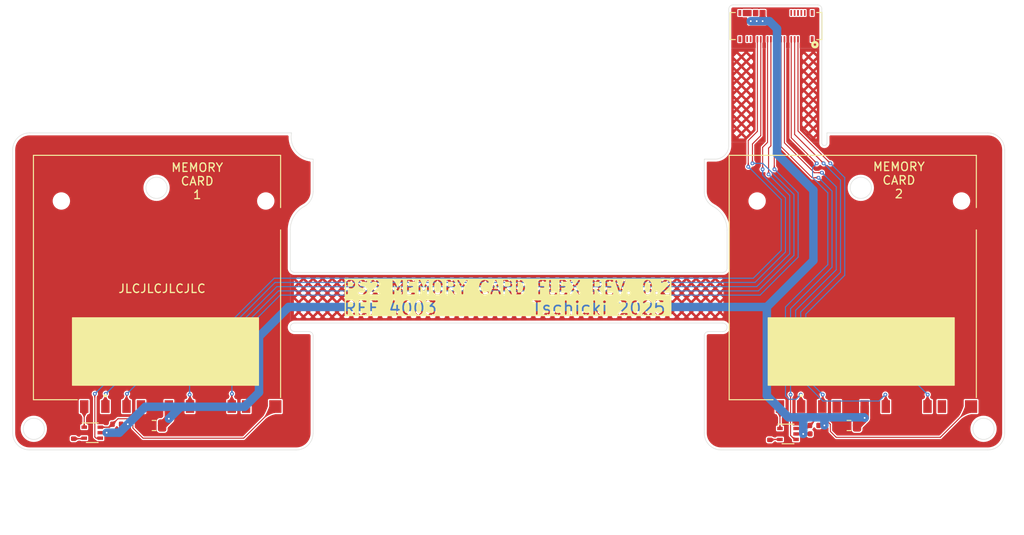
<source format=kicad_pcb>
(kicad_pcb (version 20221018) (generator pcbnew)
  (layers (0 "F.Cu" signal) (31 "B.Cu" signal) (34 "B.Paste" user) (35 "F.Paste" user) (36 "B.SilkS" user "B.Silkscreen") (37 "F.SilkS" user "F.Silkscreen") (38 "B.Mask" user) (39 "F.Mask" user) (44 "Edge.Cuts" user))
  (net 0 "")
  (net 1 "3V3_PS2")
  (net 3 "GND")
  (net 8 "3V3_SBY")
  (net 9 "/USB2_DP")
  (net 10 "/USB2_DN")
  (net 12 "/MC1_ACK_OUT")
  (net 13 "Net-(J2-WP)")
  (net 16 "/MC2_ACK_OUT")
  (net 17 "Net-(J3-WP)")
  (net 19 "Net-(R3-Pad2)")
  (net 20 "Net-(R4-Pad2)")
  (net 21 "5V")
  (net 22 "/MC1_ACK")
  (net 23 "/MC1_CLK")
  (net 24 "/MC1_ATT")
  (net 25 "/MC1_CMD")
  (net 26 "/MC1_DAT")
  (net 27 "/MC2_ACK")
  (net 28 "/MC2_CLK")
  (net 29 "/MC2_ATT")
  (net 30 "/MC2_DAT")
  (net 31 "/MC2_CMD")
  (footprint "PS2:C_0402_1005Metric" (layer "F.Cu") (at 93.8 93.75)
    (fp_text reference "C1" hide)
    (fp_text value "100n")
    (pad "1" smd roundrect (at -0.48 0) (size 0.56 0.62) (layers "F.Cu" "F.Paste" "F.Mask") (net 1 "3V3_PS2"))
    (pad "2" smd roundrect (at 0.48 0) (size 0.56 0.62) (layers "F.Cu" "F.Paste" "F.Mask") (net 3 "GND"))
  )
  (footprint "PS2:C_0402_1005Metric" (layer "F.Cu") (at 176.2 93.89)
    (fp_text reference "C2" hide)
    (fp_text value "100n")
    (pad "1" smd roundrect (at -0.48 0) (size 0.56 0.62) (layers "F.Cu" "F.Paste" "F.Mask") (net 1 "3V3_PS2"))
    (pad "2" smd roundrect (at 0.48 0) (size 0.56 0.62) (layers "F.Cu" "F.Paste" "F.Mask") (net 3 "GND"))
  )
  (footprint "PS2:R_0402_1005Metric" (layer "F.Cu") (at 170.95 94.09 -90)
    (fp_text reference "R4" hide)
    (fp_text value "68R")
    (pad "1" smd roundrect (at -0.51 0 270) (size 0.54 0.64) (layers "F.Cu" "F.Paste" "F.Mask") (net 3 "GND"))
    (pad "2" smd roundrect (at 0.51 0 270) (size 0.54 0.64) (layers "F.Cu" "F.Paste" "F.Mask") (net 20 "Net-(R4-Pad2)"))
  )
  (footprint "PS2:R_0402_1005Metric" (layer "F.Cu") (at 176.2 92.89 180)
    (fp_text reference "R2" hide)
    (fp_text value "10k")
    (pad "1" smd roundrect (at -0.51 0 180) (size 0.54 0.64) (layers "F.Cu" "F.Paste" "F.Mask") (net 1 "3V3_PS2"))
    (pad "2" smd roundrect (at 0.51 0 180) (size 0.54 0.64) (layers "F.Cu" "F.Paste" "F.Mask") (net 17 "Net-(J3-WP)"))
  )
  (footprint "PS2:AMPHENOL_GSD09002SEU" (layer "F.Cu") (at 98.55 66.35 90)
    (fp_text reference "J2" hide)
    (fp_text value "GSD09002SEU")
    (fp_line (start -23.5 -14.6) (end 5.4 -14.6) (stroke (width 0.127)) (layer "F.SilkS"))
    (fp_line (start -23.5 -9.42) (end -23.5 -14.6) (stroke (width 0.127)) (layer "F.SilkS"))
    (fp_line (start -23.24 14.6) (end -3.42 14.6) (stroke (width 0.127)) (layer "F.SilkS"))
    (fp_line (start 5.4 -14.6) (end 5.4 14.6) (stroke (width 0.127)) (layer "F.SilkS"))
    (fp_line (start 5.4 14.6) (end -0.78 14.6) (stroke (width 0.127)) (layer "F.SilkS"))
    (fp_circle (center -23 -6.1) (end -22.9 -6.1) (stroke (width 0.2)) (fill none) (layer "F.SilkS"))
    (fp_poly (pts (xy -21.8 -10) (xy -21.8 12) (xy -13.8 12) (xy -13.8 -10)) (stroke (width 0.1)) (fill solid) (layer "F.SilkS"))
    (pad "" np_thru_hole circle (at 0 -11.3 90) (size 1.55 1.55) (drill 1.55) (layers "*.Cu" "*.Mask"))
    (pad "" np_thru_hole circle (at 0 12.85 90) (size 1.55 1.55) (drill 1.55) (layers "*.Cu" "*.Mask"))
    (pad "1" smd rect (at -24.31 -6.1 90) (size 1.5 1) (layers "F.Cu" "F.Paste" "F.Mask") (net 24 "/MC1_ATT"))
    (pad "2" smd rect (at -24.31 -3.6 90) (size 1.5 1) (layers "F.Cu" "F.Paste" "F.Mask") (net 25 "/MC1_CMD"))
    (pad "3" smd rect (at -24.31 -0.25 90) (size 1.5 1) (layers "F.Cu" "F.Paste" "F.Mask") (net 3 "GND"))
    (pad "4" smd rect (at -24.31 1.4 90) (size 1.5 1) (layers "F.Cu" "F.Paste" "F.Mask") (net 1 "3V3_PS2"))
    (pad "5" smd rect (at -24.31 3.9 90) (size 1.5 1) (layers "F.Cu" "F.Paste" "F.Mask") (net 23 "/MC1_CLK"))
    (pad "6" smd rect (at -24.31 6.4 90) (size 1.5 1) (layers "F.Cu" "F.Paste" "F.Mask") (net 3 "GND"))
    (pad "7" smd rect (at -24.31 8.83 90) (size 1.5 1) (layers "F.Cu" "F.Paste" "F.Mask") (net 26 "/MC1_DAT"))
    (pad "8" smd rect (at -24.31 10.53 90) (size 1.5 1) (layers "F.Cu" "F.Paste" "F.Mask"))
    (pad "9" smd rect (at -24.31 -8.6 90) (size 1.5 1) (layers "F.Cu" "F.Paste" "F.Mask") (net 12 "/MC1_ACK_OUT"))
    (pad "10" smd rect (at -24.31 13.98 90) (size 1.5 1.45) (layers "F.Cu" "F.Paste" "F.Mask") (net 13 "Net-(J2-WP)"))
    (pad "11" smd rect (at -24.31 -1.9 90) (size 1.5 1) (layers "F.Cu" "F.Paste" "F.Mask"))
    (pad "12" smd rect (at -2.1 14.4 90) (size 2 1.2) (layers "F.Cu" "F.Paste" "F.Mask") (net 3 "GND"))
    (pad "13" smd rect (at -3.3 -13.6 90) (size 2 1.2) (layers "F.Cu" "F.Paste" "F.Mask") (net 3 "GND"))
  )
  (footprint "PS2:C_0805_2012Metric" (layer "F.Cu") (at 180.3 92.9 180)
    (fp_text reference "C3" hide)
    (fp_text value "10u")
    (fp_line (start -0.227064 -0.6) (end 0.227064 -0.6) (stroke (width 0.12)) (layer "F.SilkS"))
    (fp_line (start -0.227064 0.6) (end 0.227064 0.6) (stroke (width 0.12)) (layer "F.SilkS"))
    (pad "1" smd roundrect (at -0.95 0 180) (size 1 1.45) (layers "F.Cu" "F.Paste" "F.Mask") (net 1 "3V3_PS2"))
    (pad "2" smd roundrect (at 0.95 0 180) (size 1 1.45) (layers "F.Cu" "F.Paste" "F.Mask") (net 3 "GND"))
  )
  (footprint "PS2:R_0402_1005Metric" (layer "F.Cu") (at 88.7 93.95 -90)
    (fp_text reference "R3" hide)
    (fp_text value "68R")
    (pad "1" smd roundrect (at -0.51 0 270) (size 0.54 0.64) (layers "F.Cu" "F.Paste" "F.Mask") (net 3 "GND"))
    (pad "2" smd roundrect (at 0.51 0 270) (size 0.54 0.64) (layers "F.Cu" "F.Paste" "F.Mask") (net 19 "Net-(R3-Pad2)"))
  )
  (footprint "Package_TO_SOT_SMD:SOT-363_SC-70-6" (layer "F.Cu") (at 173.1 93.9)
    (fp_text reference "U2" hide)
    (fp_text value "74LVC1G3157")
    (fp_line (start -0.7 1.16) (end 0.7 1.16) (stroke (width 0.12)) (layer "F.SilkS"))
    (fp_line (start 0.7 -1.16) (end -1.2 -1.16) (stroke (width 0.12)) (layer "F.SilkS"))
    (pad "1" smd rect (at -0.95 -0.65) (size 0.65 0.4) (layers "F.Cu" "F.Paste" "F.Mask") (net 16 "/MC2_ACK_OUT"))
    (pad "2" smd rect (at -0.95 0) (size 0.65 0.4) (layers "F.Cu" "F.Paste" "F.Mask") (net 3 "GND"))
    (pad "3" smd rect (at -0.95 0.65) (size 0.65 0.4) (layers "F.Cu" "F.Paste" "F.Mask") (net 20 "Net-(R4-Pad2)"))
    (pad "4" smd rect (at 0.95 0.65) (size 0.65 0.4) (layers "F.Cu" "F.Paste" "F.Mask") (net 27 "/MC2_ACK"))
    (pad "5" smd rect (at 0.95 0) (size 0.65 0.4) (layers "F.Cu" "F.Paste" "F.Mask") (net 1 "3V3_PS2"))
    (pad "6" smd rect (at 0.95 -0.65) (size 0.65 0.4) (layers "F.Cu" "F.Paste" "F.Mask") (net 17 "Net-(J3-WP)"))
  )
  (footprint "PS2:DF40C-40DP-0.4V" (layer "F.Cu") (at 171.68 45.661954)
    (fp_text reference "J1" hide)
    (fp_text value "EXPANSION HDR" hide)
    (fp_line (start -5.417262 -1.6) (end -5.417262 1.6004) (stroke (width 0.12)) (layer "F.SilkS"))
    (fp_line (start -5.417262 1.6004) (end -4.8 1.6) (stroke (width 0.12)) (layer "F.SilkS"))
    (fp_line (start -4.8 -1.6) (end -5.417262 -1.6) (stroke (width 0.12)) (layer "F.SilkS"))
    (fp_line (start 4.8 1.6002) (end 5.4262 1.6002) (stroke (width 0.12)) (layer "F.SilkS"))
    (fp_line (start 5.4262 -1.6002) (end 4.8 -1.6) (stroke (width 0.12)) (layer "F.SilkS"))
    (fp_line (start 5.4262 1.6002) (end 5.4262 -1.6002) (stroke (width 0.12)) (layer "F.SilkS"))
    (fp_circle (center 4.6 2.2) (end 4.741421 2.2) (stroke (width 0.3)) (fill none) (layer "F.SilkS"))
    (pad "1" smd rect (at 3.8 1.54) (size 0.2 0.7) (layers "F.Cu" "F.Paste" "F.Mask") (net 3 "GND"))
    (pad "2" smd rect (at 3.8 -1.55) (size 0.2 0.7) (layers "F.Cu" "F.Paste" "F.Mask") (net 3 "GND"))
    (pad "3" smd rect (at 3.4 1.54) (size 0.2 0.7) (layers "F.Cu" "F.Paste" "F.Mask") (net 3 "GND"))
    (pad "4" smd rect (at 3.4 -1.55) (size 0.2 0.7) (layers "F.Cu" "F.Paste" "F.Mask"))
    (pad "5" smd rect (at 3 1.54) (size 0.2 0.7) (layers "F.Cu" "F.Paste" "F.Mask") (net 3 "GND"))
    (pad "6" smd rect (at 3 -1.55) (size 0.2 0.7) (layers "F.Cu" "F.Paste" "F.Mask"))
    (pad "7" smd rect (at 2.6 1.54) (size 0.2 0.7) (layers "F.Cu" "F.Paste" "F.Mask") (net 30 "/MC2_DAT"))
    (pad "8" smd rect (at 2.6 -1.55) (size 0.2 0.7) (layers "F.Cu" "F.Paste" "F.Mask"))
    (pad "9" smd rect (at 2.2 1.54) (size 0.2 0.7) (layers "F.Cu" "F.Paste" "F.Mask") (net 31 "/MC2_CMD"))
    (pad "10" smd rect (at 2.2 -1.55) (size 0.2 0.7) (layers "F.Cu" "F.Paste" "F.Mask"))
    (pad "11" smd rect (at 1.8 1.54) (size 0.2 0.7) (layers "F.Cu" "F.Paste" "F.Mask") (net 29 "/MC2_ATT"))
    (pad "12" smd rect (at 1.8 -1.55) (size 0.2 0.7) (layers "F.Cu" "F.Paste" "F.Mask"))
    (pad "13" smd rect (at 1.4 1.54) (size 0.2 0.7) (layers "F.Cu" "F.Paste" "F.Mask") (net 3 "GND"))
    (pad "14" smd rect (at 1.4 -1.55) (size 0.2 0.7) (layers "F.Cu" "F.Paste" "F.Mask") (net 3 "GND"))
    (pad "15" smd rect (at 1 1.54) (size 0.2 0.7) (layers "F.Cu" "F.Paste" "F.Mask") (net 28 "/MC2_CLK"))
    (pad "16" smd rect (at 1 -1.55) (size 0.2 0.7) (layers "F.Cu" "F.Paste" "F.Mask") (net 3 "GND"))
    (pad "17" smd rect (at 0.6 1.54) (size 0.2 0.7) (layers "F.Cu" "F.Paste" "F.Mask") (net 27 "/MC2_ACK"))
    (pad "18" smd rect (at 0.6 -1.55) (size 0.2 0.7) (layers "F.Cu" "F.Paste" "F.Mask") (net 3 "GND"))
    (pad "19" smd rect (at 0.2 1.54) (size 0.2 0.7) (layers "F.Cu" "F.Paste" "F.Mask") (net 3 "GND"))
    (pad "20" smd rect (at 0.2 -1.55) (size 0.2 0.7) (layers "F.Cu" "F.Paste" "F.Mask") (net 3 "GND"))
    (pad "21" smd rect (at -0.2 1.54) (size 0.2 0.7) (layers "F.Cu" "F.Paste" "F.Mask") (net 26 "/MC1_DAT"))
    (pad "22" smd rect (at -0.2 -1.55) (size 0.2 0.7) (layers "F.Cu" "F.Paste" "F.Mask") (net 3 "GND"))
    (pad "23" smd rect (at -0.6 1.54) (size 0.2 0.7) (layers "F.Cu" "F.Paste" "F.Mask") (net 25 "/MC1_CMD"))
    (pad "24" smd rect (at -0.6 -1.55) (size 0.2 0.7) (layers "F.Cu" "F.Paste" "F.Mask") (net 3 "GND"))
    (pad "25" smd rect (at -1 1.54) (size 0.2 0.7) (layers "F.Cu" "F.Paste" "F.Mask") (net 24 "/MC1_ATT"))
    (pad "26" smd rect (at -1 -1.55) (size 0.2 0.7) (layers "F.Cu" "F.Paste" "F.Mask") (net 3 "GND"))
    (pad "27" smd rect (at -1.4 1.54) (size 0.2 0.7) (layers "F.Cu" "F.Paste" "F.Mask") (net 3 "GND"))
    (pad "28" smd rect (at -1.4 -1.55) (size 0.2 0.7) (layers "F.Cu" "F.Paste" "F.Mask") (net 1 "3V3_PS2"))
    (pad "29" smd rect (at -1.8 1.54) (size 0.2 0.7) (layers "F.Cu" "F.Paste" "F.Mask") (net 23 "/MC1_CLK"))
    (pad "30" smd rect (at -1.8 -1.55) (size 0.2 0.7) (layers "F.Cu" "F.Paste" "F.Mask") (net 1 "3V3_PS2"))
    (pad "31" smd rect (at -2.2 1.54) (size 0.2 0.7) (layers "F.Cu" "F.Paste" "F.Mask") (net 22 "/MC1_ACK"))
    (pad "32" smd rect (at -2.2 -1.55) (size 0.2 0.7) (layers "F.Cu" "F.Paste" "F.Mask") (net 8 "3V3_SBY"))
    (pad "33" smd rect (at -2.6 1.54) (size 0.2 0.7) (layers "F.Cu" "F.Paste" "F.Mask") (net 3 "GND"))
    (pad "34" smd rect (at -2.6 -1.55) (size 0.2 0.7) (layers "F.Cu" "F.Paste" "F.Mask") (net 8 "3V3_SBY"))
    (pad "35" smd rect (at -3 1.54) (size 0.2 0.7) (layers "F.Cu" "F.Paste" "F.Mask") (net 9 "/USB2_DP"))
    (pad "36" smd rect (at -3 -1.55) (size 0.2 0.7) (layers "F.Cu" "F.Paste" "F.Mask") (net 21 "5V"))
    (pad "37" smd rect (at -3.4 1.54) (size 0.2 0.7) (layers "F.Cu" "F.Paste" "F.Mask") (net 10 "/USB2_DN"))
    (pad "38" smd rect (at -3.4 -1.55) (size 0.2 0.7) (layers "F.Cu" "F.Paste" "F.Mask") (net 21 "5V"))
    (pad "39" smd rect (at -3.8 1.54) (size 0.2 0.7) (layers "F.Cu" "F.Paste" "F.Mask") (net 3 "GND"))
    (pad "40" smd rect (at -3.8 -1.55) (size 0.2 0.7) (layers "F.Cu" "F.Paste" "F.Mask") (net 21 "5V"))
    (pad "MP" smd rect (at -4.275 -1.55) (size 0.35 0.7) (layers "F.Cu" "F.Paste" "F.Mask"))
    (pad "MP" smd rect (at -4.275 1.55) (size 0.35 0.7) (layers "F.Cu" "F.Paste" "F.Mask"))
    (pad "MP" smd rect (at 4.275 -1.55) (size 0.35 0.7) (layers "F.Cu" "F.Paste" "F.Mask"))
    (pad "MP" smd rect (at 4.275 1.55) (size 0.35 0.7) (layers "F.Cu" "F.Paste" "F.Mask"))
  )
  (footprint "PS2:AMPHENOL_GSD09002SEU" (layer "F.Cu") (at 180.75 66.35 90)
    (fp_text reference "J3" hide)
    (fp_text value "GSD09002SEU")
    (fp_line (start -23.5 -14.6) (end 5.4 -14.6) (stroke (width 0.127)) (layer "F.SilkS"))
    (fp_line (start -23.5 -9.42) (end -23.5 -14.6) (stroke (width 0.127)) (layer "F.SilkS"))
    (fp_line (start -23.24 14.6) (end -3.42 14.6) (stroke (width 0.127)) (layer "F.SilkS"))
    (fp_line (start 5.4 -14.6) (end 5.4 14.6) (stroke (width 0.127)) (layer "F.SilkS"))
    (fp_line (start 5.4 14.6) (end -0.78 14.6) (stroke (width 0.127)) (layer "F.SilkS"))
    (fp_circle (center -23 -6.1) (end -22.9 -6.1) (stroke (width 0.2)) (fill none) (layer "F.SilkS"))
    (fp_poly (pts (xy -21.8 -10) (xy -21.8 12) (xy -13.8 12) (xy -13.8 -10)) (stroke (width 0.1)) (fill solid) (layer "F.SilkS"))
    (pad "" np_thru_hole circle (at 0 -11.3 90) (size 1.55 1.55) (drill 1.55) (layers "*.Cu" "*.Mask"))
    (pad "" np_thru_hole circle (at 0 12.85 90) (size 1.55 1.55) (drill 1.55) (layers "*.Cu" "*.Mask"))
    (pad "1" smd rect (at -24.31 -6.1 90) (size 1.5 1) (layers "F.Cu" "F.Paste" "F.Mask") (net 29 "/MC2_ATT"))
    (pad "2" smd rect (at -24.31 -3.6 90) (size 1.5 1) (layers "F.Cu" "F.Paste" "F.Mask") (net 31 "/MC2_CMD"))
    (pad "3" smd rect (at -24.31 -0.25 90) (size 1.5 1) (layers "F.Cu" "F.Paste" "F.Mask") (net 3 "GND"))
    (pad "4" smd rect (at -24.31 1.4 90) (size 1.5 1) (layers "F.Cu" "F.Paste" "F.Mask") (net 1 "3V3_PS2"))
    (pad "5" smd rect (at -24.31 3.9 90) (size 1.5 1) (layers "F.Cu" "F.Paste" "F.Mask") (net 28 "/MC2_CLK"))
    (pad "6" smd rect (at -24.31 6.4 90) (size 1.5 1) (layers "F.Cu" "F.Paste" "F.Mask") (net 3 "GND"))
    (pad "7" smd rect (at -24.31 8.83 90) (size 1.5 1) (layers "F.Cu" "F.Paste" "F.Mask") (net 30 "/MC2_DAT"))
    (pad "8" smd rect (at -24.31 10.53 90) (size 1.5 1) (layers "F.Cu" "F.Paste" "F.Mask"))
    (pad "9" smd rect (at -24.31 -8.6 90) (size 1.5 1) (layers "F.Cu" "F.Paste" "F.Mask") (net 16 "/MC2_ACK_OUT"))
    (pad "10" smd rect (at -24.31 13.98 90) (size 1.5 1.45) (layers "F.Cu" "F.Paste" "F.Mask") (net 17 "Net-(J3-WP)"))
    (pad "11" smd rect (at -24.31 -1.9 90) (size 1.5 1) (layers "F.Cu" "F.Paste" "F.Mask"))
    (pad "12" smd rect (at -2.1 14.4 90) (size 2 1.2) (layers "F.Cu" "F.Paste" "F.Mask") (net 3 "GND"))
    (pad "13" smd rect (at -3.3 -13.6 90) (size 2 1.2) (layers "F.Cu" "F.Paste" "F.Mask") (net 3 "GND"))
  )
  (footprint "PS2:C_0805_2012Metric" (layer "F.Cu") (at 98.2 92.9 180)
    (fp_text reference "C4" hide)
    (fp_text value "10u")
    (fp_line (start -0.227064 -0.6) (end 0.227064 -0.6) (stroke (width 0.12)) (layer "F.SilkS"))
    (fp_line (start -0.227064 0.6) (end 0.227064 0.6) (stroke (width 0.12)) (layer "F.SilkS"))
    (pad "1" smd roundrect (at -0.95 0 180) (size 1 1.45) (layers "F.Cu" "F.Paste" "F.Mask") (net 1 "3V3_PS2"))
    (pad "2" smd roundrect (at 0.95 0 180) (size 1 1.45) (layers "F.Cu" "F.Paste" "F.Mask") (net 3 "GND"))
  )
  (footprint "PS2:R_0402_1005Metric" (layer "F.Cu") (at 93.8 92.75 180)
    (fp_text reference "R1" hide)
    (fp_text value "10k")
    (pad "1" smd roundrect (at -0.51 0 180) (size 0.54 0.64) (layers "F.Cu" "F.Paste" "F.Mask") (net 1 "3V3_PS2"))
    (pad "2" smd roundrect (at 0.51 0 180) (size 0.54 0.64) (layers "F.Cu" "F.Paste" "F.Mask") (net 13 "Net-(J2-WP)"))
  )
  (footprint "Package_TO_SOT_SMD:SOT-363_SC-70-6" (layer "F.Cu") (at 90.9 93.75)
    (fp_text reference "U1" hide)
    (fp_text value "74LVC1G3157")
    (fp_line (start -0.7 1.16) (end 0.7 1.16) (stroke (width 0.12)) (layer "F.SilkS"))
    (fp_line (start 0.7 -1.16) (end -1.2 -1.16) (stroke (width 0.12)) (layer "F.SilkS"))
    (pad "1" smd rect (at -0.95 -0.65) (size 0.65 0.4) (layers "F.Cu" "F.Paste" "F.Mask") (net 12 "/MC1_ACK_OUT"))
    (pad "2" smd rect (at -0.95 0) (size 0.65 0.4) (layers "F.Cu" "F.Paste" "F.Mask") (net 3 "GND"))
    (pad "3" smd rect (at -0.95 0.65) (size 0.65 0.4) (layers "F.Cu" "F.Paste" "F.Mask") (net 19 "Net-(R3-Pad2)"))
    (pad "4" smd rect (at 0.95 0.65) (size 0.65 0.4) (layers "F.Cu" "F.Paste" "F.Mask") (net 22 "/MC1_ACK"))
    (pad "5" smd rect (at 0.95 0) (size 0.65 0.4) (layers "F.Cu" "F.Paste" "F.Mask") (net 1 "3V3_PS2"))
    (pad "6" smd rect (at 0.95 -0.65) (size 0.65 0.4) (layers "F.Cu" "F.Paste" "F.Mask") (net 13 "Net-(J2-WP)"))
  )
  (gr_arc (start 83.495222 95.792699) (mid 82.081001 95.206916) (end 81.495222 93.792699) (stroke (width 0.05)) (layer "Edge.Cuts"))
  (gr_arc (start 198.7 93.792699) (mid 198.114213 95.206909) (end 196.7 95.792699) (stroke (width 0.05)) (layer "Edge.Cuts"))
  (gr_arc (start 165.9 74.292699) (mid 165.753553 74.646249) (end 165.4 74.792699) (stroke (width 0.05)) (layer "Edge.Cuts"))
  (gr_arc (start 176.6 43.158629) (mid 176.95355 43.305074) (end 177.1 43.658629) (stroke (width 0.05)) (layer "Edge.Cuts"))
  (gr_line (start 165.4 80.792699) (end 114.795222 80.792699) (stroke (width 0.05)) (layer "Edge.Cuts"))
  (gr_arc (start 163.2 82.292699) (mid 163.346446 81.939142) (end 163.7 81.792699) (stroke (width 0.05)) (layer "Edge.Cuts"))
  (gr_arc (start 165.2 95.792699) (mid 163.785794 95.206909) (end 163.2 93.792699) (stroke (width 0.05)) (layer "Edge.Cuts"))
  (gr_line (start 114.295222 74.292699) (end 114.295222 69.792699) (stroke (width 0.05)) (layer "Edge.Cuts"))
  (gr_line (start 165.9 74.292699) (end 165.9 69.792699) (stroke (width 0.05)) (layer "Edge.Cuts"))
  (gr_circle (center 196.2 93.292699) (end 197.45 93.292699) (stroke (width 0.05)) (fill none) (layer "Edge.Cuts"))
  (gr_line (start 163.2 65.233094) (end 163.2 61.392699) (stroke (width 0.05)) (layer "Edge.Cuts"))
  (gr_arc (start 196.7 58.292699) (mid 198.114221 58.878482) (end 198.7 60.292699) (stroke (width 0.05)) (layer "Edge.Cuts"))
  (gr_arc (start 114.295222 69.792699) (mid 114.741763 68.162222) (end 115.95676 66.986788) (stroke (width 0.05)) (layer "Edge.Cuts"))
  (gr_line (start 163.7 81.792699) (end 165.4 81.792699) (stroke (width 0.05)) (layer "Edge.Cuts"))
  (gr_circle (center 98.495222 64.792699) (end 99.745222 64.792699) (stroke (width 0.05)) (fill none) (layer "Edge.Cuts"))
  (gr_line (start 116.495222 81.792699) (end 114.795222 81.792699) (stroke (width 0.05)) (layer "Edge.Cuts"))
  (gr_arc (start 81.495222 60.292699) (mid 82.081009 58.878489) (end 83.495222 58.292699) (stroke (width 0.05)) (layer "Edge.Cuts"))
  (gr_line (start 198.7 60.292699) (end 198.7 93.792699) (stroke (width 0.05)) (layer "Edge.Cuts"))
  (gr_line (start 166.6 43.158629) (end 176.6 43.158629) (stroke (width 0.05)) (layer "Edge.Cuts"))
  (gr_line (start 196.7 95.792699) (end 165.2 95.792699) (stroke (width 0.05)) (layer "Edge.Cuts"))
  (gr_arc (start 164.238461 66.986788) (mid 163.47913 66.252128) (end 163.2 65.233094) (stroke (width 0.05)) (layer "Edge.Cuts"))
  (gr_line (start 116.995222 65.233094) (end 116.995222 61.392699) (stroke (width 0.05)) (layer "Edge.Cuts"))
  (gr_line (start 165.4 74.792699) (end 114.795222 74.792699) (stroke (width 0.05)) (layer "Edge.Cuts"))
  (gr_line (start 163.2 93.792699) (end 163.2 82.292699) (stroke (width 0.05)) (layer "Edge.Cuts"))
  (gr_line (start 177.1 59.492699) (end 177.1 43.658629) (stroke (width 0.05)) (layer "Edge.Cuts"))
  (gr_line (start 116.995222 93.792699) (end 116.995222 82.292699) (stroke (width 0.05)) (layer "Edge.Cuts"))
  (gr_arc (start 116.995222 61.392699) (mid 114.987728 60.444974) (end 114.443752 58.292699) (stroke (width 0.05)) (layer "Edge.Cuts"))
  (gr_line (start 196.7 58.292699) (end 177.7 58.292699) (stroke (width 0.05)) (layer "Edge.Cuts"))
  (gr_arc (start 166.1 59.792699) (mid 165.63137 60.924066) (end 164.5 61.392699) (stroke (width 0.05)) (layer "Edge.Cuts"))
  (gr_line (start 81.495222 60.292699) (end 81.495222 93.792699) (stroke (width 0.05)) (layer "Edge.Cuts"))
  (gr_line (start 166.1 59.792699) (end 166.1 43.658629) (stroke (width 0.05)) (layer "Edge.Cuts"))
  (gr_line (start 177.7 58.292699) (end 177.7 59.492699) (stroke (width 0.05)) (layer "Edge.Cuts"))
  (gr_arc (start 116.995222 65.233094) (mid 116.716137 66.252147) (end 115.95676 66.986788) (stroke (width 0.05)) (layer "Edge.Cuts"))
  (gr_circle (center 181.7 64.792699) (end 182.95 64.792699) (stroke (width 0.05)) (fill none) (layer "Edge.Cuts"))
  (gr_line (start 83.495222 95.792699) (end 114.995222 95.792699) (stroke (width 0.05)) (layer "Edge.Cuts"))
  (gr_line (start 164.5 61.392699) (end 163.2 61.392699) (stroke (width 0.05)) (layer "Edge.Cuts"))
  (gr_arc (start 116.495222 81.792699) (mid 116.848768 81.939149) (end 116.995222 82.292699) (stroke (width 0.05)) (layer "Edge.Cuts"))
  (gr_arc (start 164.238461 66.986788) (mid 165.453463 68.162218) (end 165.9 69.792699) (stroke (width 0.05)) (layer "Edge.Cuts"))
  (gr_arc (start 114.795222 74.792699) (mid 114.441661 74.646256) (end 114.295222 74.292699) (stroke (width 0.05)) (layer "Edge.Cuts"))
  (gr_circle (center 83.995222 93.292699) (end 85.245222 93.292699) (stroke (width 0.05)) (fill none) (layer "Edge.Cuts"))
  (gr_arc (start 116.995222 93.792699) (mid 116.409436 95.206916) (end 114.995222 95.792699) (stroke (width 0.05)) (layer "Edge.Cuts"))
  (gr_arc (start 177.7 59.492699) (mid 177.4 59.792699) (end 177.1 59.492699) (stroke (width 0.05)) (layer "Edge.Cuts"))
  (gr_arc (start 166.1 43.658629) (mid 166.246441 43.305088) (end 166.6 43.158629) (stroke (width 0.05)) (layer "Edge.Cuts"))
  (gr_arc (start 114.795222 81.792699) (mid 114.295211 81.292699) (end 114.795222 80.792699) (stroke (width 0.05)) (layer "Edge.Cuts"))
  (gr_arc (start 165.4 80.792699) (mid 165.900011 81.292699) (end 165.4 81.792699) (stroke (width 0.05)) (layer "Edge.Cuts"))
  (gr_line (start 83.495222 58.292699) (end 114.443752 58.292699) (stroke (width 0.05)) (layer "Edge.Cuts"))
  (gr_text "JLCJLCJLCJLC" (at 93.9 77.3) (layer "F.SilkS") (effects (font (size 1 1)) (justify left bottom)))
  (gr_text "PS2 MEMORY CARD FLEX REV. 0.2\nREF 4003	    Tschicki 2025" (at 120.5 79.9) (layer "F.SilkS" knockout) (effects (font (size 1.5 1.5) (thickness 0.2)) (justify left bottom)))
  (gr_text "MEMORY\nCARD\n2" (at 186.2 66.1) (layer "F.SilkS") (effects (font (size 1 1)) (justify bottom)))
  (gr_text "MEMORY\nCARD\n1" (at 103.3 66.2) (layer "F.SilkS") (effects (font (size 1 1)) (justify bottom)))
  (gr_text "" (at 81.495213 104.062696) (layer "Edge.Cuts") (effects (font (size 4.83362 3.04518) (thickness 0.604202)) (justify left top)))
  (segment (start 94.31 92.75) (end 95.1 92.75) (width 0.15) (layer "F.Cu") (net 1))
  (segment (start 174.9 93.9) (end 175.71 93.9) (width 0.3) (layer "F.Cu") (net 1))
  (segment (start 182.15 92.3) (end 182.1 92.35) (width 0.15) (layer "F.Cu") (net 1))
  (segment (start 92.6 93.75) (end 93.32 93.75) (width 0.3) (layer "F.Cu") (net 1))
  (segment (start 182.15 92) (end 182.15 90.66) (width 1) (layer "F.Cu") (net 1))
  (segment (start 182.15 92) (end 181.25 92.9) (width 1) (layer "F.Cu") (net 1))
  (segment (start 98.88 92.35) (end 99.8 92.35) (width 0.3) (layer "F.Cu") (net 1))
  (segment (start 174.9 93.9) (end 174.05 93.9) (width 0.3) (layer "F.Cu") (net 1))
  (segment (start 99.95 92.2) (end 99.95 92.1) (width 0.15) (layer "F.Cu") (net 1))
  (segment (start 182.15 92) (end 182.15 92.3) (width 0.15) (layer "F.Cu") (net 1))
  (segment (start 99.68 92.65) (end 99.68 90.93) (width 0.125) (layer "F.Cu") (net 1))
  (segment (start 99.68 90.93) (end 99.95 90.66) (width 0.125) (layer "F.Cu") (net 1))
  (segment (start 177.4 92.89) (end 176.71 92.89) (width 0.15) (layer "F.Cu") (net 1))
  (segment (start 99.8 92.35) (end 99.95 92.2) (width 0.15) (layer "F.Cu") (net 1))
  (segment (start 99.15 92.9) (end 99.95 92.1) (width 1) (layer "F.Cu") (net 1))
  (segment (start 91.85 93.75) (end 92.6 93.75) (width 0.3) (layer "F.Cu") (net 1))
  (segment (start 99.95 92.1) (end 99.95 90.66) (width 1) (layer "F.Cu") (net 1))
  (segment (start 175.71 93.9) (end 175.72 93.89) (width 0.15) (layer "F.Cu") (net 1))
  (via (at 177.4 92.89) (size 0.45) (drill 0.2) (layers "F.Cu" "B.Cu") (net 1))
  (via (at 95.1 92.75) (size 0.45) (drill 0.2) (layers "F.Cu" "B.Cu") (net 1))
  (via (at 168.7 45.081954) (size 0.45) (drill 0.2) (layers "F.Cu" "B.Cu") (net 1))
  (via (at 182.15 92) (size 0.45) (drill 0.2) (layers "F.Cu" "B.Cu") (net 1))
  (via (at 169.4 45.081954) (size 0.45) (drill 0.2) (layers "F.Cu" "B.Cu") (net 1))
  (via (at 170.1 45.081954) (size 0.45) (drill 0.2) (layers "F.Cu" "B.Cu") (net 1))
  (via (at 174.9 93.9) (size 0.45) (drill 0.2) (layers "F.Cu" "B.Cu") (net 1))
  (via (at 92.6 93.75) (size 0.45) (drill 0.2) (layers "F.Cu" "B.Cu") (net 1))
  (via (at 99.95 92.1) (size 0.45) (drill 0.2) (layers "F.Cu" "B.Cu") (net 1))
  (segment (start 174.4 91.931954) (end 174.9 91.931954) (width 1) (layer "B.Cu") (net 1))
  (segment (start 174.4 91.931954) (end 173.15 91.931954) (width 1) (layer "B.Cu") (net 1))
  (segment (start 101.368046 90.681954) (end 102.3 90.681954) (width 1) (layer "B.Cu") (net 1))
  (segment (start 176.9 91.931954) (end 174.4 91.931954) (width 1) (layer "B.Cu") (net 1))
  (segment (start 110.6 82.381954) (end 114.1 78.881954) (width 1) (layer "B.Cu") (net 1))
  (segment (start 114.1 78.881954) (end 166.8 78.881954) (width 1) (layer "B.Cu") (net 1))
  (segment (start 102.3 90.681954) (end 97.168046 90.681954) (width 1) (layer "B.Cu") (net 1))
  (segment (start 110.6 88.981954) (end 110.6 82.381954) (width 1) (layer "B.Cu") (net 1))
  (segment (start 171.8 60.781954) (end 171.8 45.981954) (width 1) (layer "B.Cu") (net 1))
  (segment (start 176.9 91.931954) (end 177.35 91.931954) (width 1) (layer "B.Cu") (net 1))
  (segment (start 166.8 78.881954) (end 170.6 78.881954) (width 1) (layer "B.Cu") (net 1))
  (segment (start 176.1 65.081954) (end 171.8 60.781954) (width 1) (layer "B.Cu") (net 1))
  (segment (start 170.6 78.881954) (end 176.1 73.381954) (width 1) (layer "B.Cu") (net 1))
  (segment (start 97.168046 90.681954) (end 94.1 93.75) (width 1) (layer "B.Cu") (net 1))
  (segment (start 182.15 92) (end 182.081954 91.931954) (width 1) (layer "B.Cu") (net 1))
  (segment (start 170.6 89.381954) (end 170.6 78.881954) (width 1) (layer "B.Cu") (net 1))
  (segment (start 177.35 91.931954) (end 177.4 91.981954) (width 1) (layer "B.Cu") (net 1))
  (segment (start 170.9 45.081954) (end 168.7 45.081954) (width 1) (layer "B.Cu") (net 1))
  (segment (start 182.081954 91.931954) (end 176.9 91.931954) (width 1) (layer "B.Cu") (net 1))
  (segment (start 108.9 90.681954) (end 110.6 88.981954) (width 1) (layer "B.Cu") (net 1))
  (segment (start 171.8 45.981954) (end 170.9 45.081954) (width 1) (layer "B.Cu") (net 1))
  (segment (start 174.9 91.931954) (end 174.9 93.9) (width 1) (layer "B.Cu") (net 1))
  (segment (start 94.1 93.75) (end 92.6 93.75) (width 1) (layer "B.Cu") (net 1))
  (segment (start 177.4 91.981954) (end 177.4 92.89) (width 1) (layer "B.Cu") (net 1))
  (segment (start 99.95 92.1) (end 101.368046 90.681954) (width 1) (layer "B.Cu") (net 1))
  (segment (start 102.3 90.681954) (end 108.9 90.681954) (width 1) (layer "B.Cu") (net 1))
  (segment (start 173.15 91.931954) (end 170.6 89.381954) (width 1) (layer "B.Cu") (net 1))
  (segment (start 176.1 73.381954) (end 176.1 65.081954) (width 1) (layer "B.Cu") (net 1))
  (segment (start 89.95 90.66) (end 89.95 93.1) (width 0.125) (layer "F.Cu") (net 12))
  (segment (start 93.94 92.1) (end 95.5 92.1) (width 0.125) (layer "F.Cu") (net 13))
  (segment (start 92.94 93.1) (end 93.29 92.75) (width 0.15) (layer "F.Cu") (net 13))
  (segment (start 93.29 92.75) (end 93.09 92.75) (width 0.125) (layer "F.Cu") (net 13))
  (segment (start 96.9 94.4) (end 108.79 94.4) (width 0.125) (layer "F.Cu") (net 13))
  (segment (start 95.7 92.3) (end 95.7 93.2) (width 0.125) (layer "F.Cu") (net 13))
  (segment (start 95.7 93.2) (end 96.9 94.4) (width 0.125) (layer "F.Cu") (net 13))
  (segment (start 95.5 92.1) (end 95.7 92.3) (width 0.125) (layer "F.Cu") (net 13))
  (segment (start 91.85 93.1) (end 92.94 93.1) (width 0.15) (layer "F.Cu") (net 13))
  (segment (start 93.29 92.75) (end 93.94 92.1) (width 0.125) (layer "F.Cu") (net 13))
  (segment (start 108.79 94.4) (end 112.53 90.66) (width 0.125) (layer "F.Cu") (net 13))
  (segment (start 172.15 90.66) (end 172.15 93.25) (width 0.125) (layer "F.Cu") (net 16))
  (segment (start 175.69 92.89) (end 176.23 92.35) (width 0.125) (layer "F.Cu") (net 17))
  (segment (start 178.8 94.3) (end 191.09 94.3) (width 0.125) (layer "F.Cu") (net 17))
  (segment (start 191.09 94.3) (end 194.73 90.66) (width 0.125) (layer "F.Cu") (net 17))
  (segment (start 178.1 93.6) (end 178.8 94.3) (width 0.125) (layer "F.Cu") (net 17))
  (segment (start 175.69 92.89) (end 175.33 93.25) (width 0.15) (layer "F.Cu") (net 17))
  (segment (start 177.7 92.35) (end 178.1 92.75) (width 0.125) (layer "F.Cu") (net 17))
  (segment (start 176.23 92.35) (end 177.7 92.35) (width 0.125) (layer "F.Cu") (net 17))
  (segment (start 178.1 92.75) (end 178.1 93.6) (width 0.125) (layer "F.Cu") (net 17))
  (segment (start 175.33 93.25) (end 174.05 93.25) (width 0.15) (layer "F.Cu") (net 17))
  (segment (start 89.89 94.46) (end 89.95 94.4) (width 0.15) (layer "F.Cu") (net 19))
  (segment (start 88.7 94.46) (end 89.89 94.46) (width 0.15) (layer "F.Cu") (net 19))
  (segment (start 171 94.55) (end 170.95 94.6) (width 0.15) (layer "F.Cu") (net 20))
  (segment (start 172.15 94.55) (end 171 94.55) (width 0.15) (layer "F.Cu") (net 20))
  (segment (start 91.35 94.4) (end 91.85 94.4) (width 0.125) (layer "F.Cu") (net 22))
  (segment (start 91.2 89.15) (end 91.2 94.25) (width 0.125) (layer "F.Cu") (net 22))
  (segment (start 169.48 58.101954) (end 169.48 47.201954) (width 0.125) (layer "F.Cu") (net 22))
  (segment (start 168.4 62.3) (end 168.4 59.2) (width 0.125) (layer "F.Cu") (net 22))
  (segment (start 91.2 94.25) (end 91.35 94.4) (width 0.125) (layer "F.Cu") (net 22))
  (segment (start 168.4 59.2) (end 169.48 58.12) (width 0.125) (layer "F.Cu") (net 22))
  (via (at 168.4 62.3) (size 0.45) (drill 0.2) (layers "F.Cu" "B.Cu") (net 22))
  (via (at 91.2 89.15) (size 0.45) (drill 0.2) (layers "F.Cu" "B.Cu") (net 22))
  (segment (start 172.3 66.181954) (end 172.3 72.181954) (width 0.125) (layer "B.Cu") (net 22))
  (segment (start 172.3 72.181954) (end 169 75.481954) (width 0.125) (layer "B.Cu") (net 22))
  (segment (start 101.7 86.181954) (end 94.168046 86.181954) (width 0.125) (layer "B.Cu") (net 22))
  (segment (start 169 75.481954) (end 112.4 75.481954) (width 0.125) (layer "B.Cu") (net 22))
  (segment (start 168.4 62.3) (end 168.418046 62.3) (width 0.125) (layer "B.Cu") (net 22))
  (segment (start 94.168046 86.181954) (end 91.2 89.15) (width 0.125) (layer "B.Cu") (net 22))
  (segment (start 168.418046 62.3) (end 172.3 66.181954) (width 0.125) (layer "B.Cu") (net 22))
  (segment (start 112.4 75.481954) (end 101.7 86.181954) (width 0.125) (layer "B.Cu") (net 22))
  (segment (start 102.45 90.66) (end 102.45 89.3) (width 0.125) (layer "F.Cu") (net 23))
  (segment (start 102.45 89.3) (end 102.4 89.25) (width 0.125) (layer "F.Cu") (net 23))
  (segment (start 168.9 61.9) (end 168.9 59.6) (width 0.125) (layer "F.Cu") (net 23))
  (segment (start 169.88 58.601954) (end 169.88 47.201954) (width 0.125) (layer "F.Cu") (net 23))
  (segment (start 168.9 59.6) (end 169.88 58.62) (width 0.125) (layer "F.Cu") (net 23))
  (via (at 168.9 61.9) (size 0.45) (drill 0.2) (layers "F.Cu" "B.Cu") (net 23))
  (via (at 102.4 89.25) (size 0.45) (drill 0.2) (layers "F.Cu" "B.Cu") (net 23))
  (segment (start 112.9 76.981954) (end 102.4 87.481954) (width 0.125) (layer "B.Cu") (net 23))
  (segment (start 169.6 76.981954) (end 112.9 76.981954) (width 0.125) (layer "B.Cu") (net 23))
  (segment (start 170.118046 61.9) (end 173.8 65.581954) (width 0.125) (layer "B.Cu") (net 23))
  (segment (start 168.9 61.9) (end 170.118046 61.9) (width 0.125) (layer "B.Cu") (net 23))
  (segment (start 102.4 87.481954) (end 102.4 89.25) (width 0.125) (layer "B.Cu") (net 23))
  (segment (start 173.8 72.781954) (end 169.6 76.981954) (width 0.125) (layer "B.Cu") (net 23))
  (segment (start 173.8 65.581954) (end 173.8 72.781954) (width 0.125) (layer "B.Cu") (net 23))
  (segment (start 170.1 60) (end 170.68 59.42) (width 0.125) (layer "F.Cu") (net 24))
  (segment (start 92.45 90.66) (end 92.45 89.2) (width 0.125) (layer "F.Cu") (net 24))
  (segment (start 170.1 62.6) (end 170.1 60) (width 0.125) (layer "F.Cu") (net 24))
  (segment (start 170.68 59.401954) (end 170.68 47.201954) (width 0.125) (layer "F.Cu") (net 24))
  (segment (start 92.45 89.2) (end 92.5 89.15) (width 0.125) (layer "F.Cu") (net 24))
  (via (at 170.1 62.6) (size 0.45) (drill 0.2) (layers "F.Cu" "B.Cu") (net 24))
  (via (at 92.5 89.15) (size 0.45) (drill 0.2) (layers "F.Cu" "B.Cu") (net 24))
  (segment (start 170.1 63.281954) (end 172.8 65.981954) (width 0.125) (layer "B.Cu") (net 24))
  (segment (start 172.8 72.381954) (end 169.2 75.981954) (width 0.125) (layer "B.Cu") (net 24))
  (segment (start 172.8 65.981954) (end 172.8 72.381954) (width 0.125) (layer "B.Cu") (net 24))
  (segment (start 170.1 62.6) (end 170.1 63.281954) (width 0.125) (layer "B.Cu") (net 24))
  (segment (start 94.968046 86.681954) (end 92.5 89.15) (width 0.125) (layer "B.Cu") (net 24))
  (segment (start 101.8 86.681954) (end 94.968046 86.681954) (width 0.125) (layer "B.Cu") (net 24))
  (segment (start 169.2 75.981954) (end 112.5 75.981954) (width 0.125) (layer "B.Cu") (net 24))
  (segment (start 112.5 75.981954) (end 101.8 86.681954) (width 0.125) (layer "B.Cu") (net 24))
  (segment (start 170.8 60.1) (end 171.08 59.82) (width 0.125) (layer "F.Cu") (net 25))
  (segment (start 171.08 59.801954) (end 171.08 47.201954) (width 0.125) (layer "F.Cu") (net 25))
  (segment (start 94.95 89.2) (end 95 89.15) (width 0.125) (layer "F.Cu") (net 25))
  (segment (start 94.95 90.66) (end 94.95 89.2) (width 0.125) (layer "F.Cu") (net 25))
  (segment (start 170.8 63.2) (end 170.8 60.1) (width 0.125) (layer "F.Cu") (net 25))
  (via (at 170.8 63.2) (size 0.45) (drill 0.2) (layers "F.Cu" "B.Cu") (net 25))
  (via (at 95 89.15) (size 0.45) (drill 0.2) (layers "F.Cu" "B.Cu") (net 25))
  (segment (start 102 87.181954) (end 96.968046 87.181954) (width 0.125) (layer "B.Cu") (net 25))
  (segment (start 170.8 63.2) (end 173.3 65.7) (width 0.125) (layer "B.Cu") (net 25))
  (segment (start 96.968046 87.181954) (end 95 89.15) (width 0.125) (layer "B.Cu") (net 25))
  (segment (start 112.7 76.481954) (end 102 87.181954) (width 0.125) (layer "B.Cu") (net 25))
  (segment (start 169.4 76.481954) (end 112.7 76.481954) (width 0.125) (layer "B.Cu") (net 25))
  (segment (start 173.3 65.7) (end 173.3 72.581954) (width 0.125) (layer "B.Cu") (net 25))
  (segment (start 173.3 72.581954) (end 169.4 76.481954) (width 0.125) (layer "B.Cu") (net 25))
  (segment (start 171.48 62.58) (end 171.48 60.42) (width 0.125) (layer "F.Cu") (net 26))
  (segment (start 171.48 60.401954) (end 171.48 47.201954) (width 0.125) (layer "F.Cu") (net 26))
  (segment (start 107.38 90.66) (end 107.38 89.17) (width 0.125) (layer "F.Cu") (net 26))
  (segment (start 171.5 62.6) (end 171.48 62.58) (width 0.125) (layer "F.Cu") (net 26))
  (segment (start 107.38 89.17) (end 107.4 89.15) (width 0.125) (layer "F.Cu") (net 26))
  (via (at 171.5 62.6) (size 0.45) (drill 0.2) (layers "F.Cu" "B.Cu") (net 26))
  (via (at 107.4 89.15) (size 0.45) (drill 0.2) (layers "F.Cu" "B.Cu") (net 26))
  (segment (start 169.8 77.481954) (end 113.1 77.481954) (width 0.125) (layer "B.Cu") (net 26))
  (segment (start 113.1 77.481954) (end 107.4 83.181954) (width 0.125) (layer "B.Cu") (net 26))
  (segment (start 174.3 72.981954) (end 169.8 77.481954) (width 0.125) (layer "B.Cu") (net 26))
  (segment (start 171.518046 62.6) (end 174.3 65.381954) (width 0.125) (layer "B.Cu") (net 26))
  (segment (start 174.3 65.381954) (end 174.3 72.981954) (width 0.125) (layer "B.Cu") (net 26))
  (segment (start 107.4 83.181954) (end 107.4 89.15) (width 0.125) (layer "B.Cu") (net 26))
  (segment (start 171.5 62.6) (end 171.518046 62.6) (width 0.125) (layer "B.Cu") (net 26))
  (segment (start 173.875 94.55) (end 174.05 94.55) (width 0.125) (layer "F.Cu") (net 27))
  (segment (start 172.28 59.911954) (end 172.28 47.201954) (width 0.125) (layer "F.Cu") (net 27))
  (segment (start 173.4 94.075) (end 173.875 94.55) (width 0.125) (layer "F.Cu") (net 27))
  (segment (start 173.4 89.25) (end 173.4 94.075) (width 0.125) (layer "F.Cu") (net 27))
  (segment (start 175.95 63.6) (end 172.28 59.93) (width 0.125) (layer "F.Cu") (net 27))
  (segment (start 176.7 63.6) (end 175.95 63.6) (width 0.125) (layer "F.Cu") (net 27))
  (via (at 176.7 63.6) (size 0.45) (drill 0.2) (layers "F.Cu" "B.Cu") (net 27))
  (via (at 173.4 89.25) (size 0.45) (drill 0.2) (layers "F.Cu" "B.Cu") (net 27))
  (segment (start 178.3 74.181954) (end 173.4 79.081954) (width 0.125) (layer "B.Cu") (net 27))
  (segment (start 173.4 79.081954) (end 173.4 89.25) (width 0.125) (layer "B.Cu") (net 27))
  (segment (start 178.3 65.181954) (end 178.3 74.181954) (width 0.125) (layer "B.Cu") (net 27))
  (segment (start 176.7 63.581954) (end 178.3 65.181954) (width 0.125) (layer "B.Cu") (net 27))
  (segment (start 176.2 63) (end 172.68 59.48) (width 0.125) (layer "F.Cu") (net 28))
  (segment (start 177.1 63) (end 176.2 63) (width 0.125) (layer "F.Cu") (net 28))
  (segment (start 184.65 90.66) (end 184.65 89.3) (width 0.125) (layer "F.Cu") (net 28))
  (segment (start 184.65 89.3) (end 184.6 89.25) (width 0.125) (layer "F.Cu") (net 28))
  (segment (start 172.68 59.461954) (end 172.68 47.201954) (width 0.125) (layer "F.Cu") (net 28))
  (via (at 177.1 63) (size 0.45) (drill 0.2) (layers "F.Cu" "B.Cu") (net 28))
  (via (at 184.6 89.25) (size 0.45) (drill 0.2) (layers "F.Cu" "B.Cu") (net 28))
  (segment (start 177.218046 90) (end 183.85 90) (width 0.125) (layer "B.Cu") (net 28))
  (segment (start 183.85 90) (end 184.6 89.25) (width 0.125) (layer "B.Cu") (net 28))
  (segment (start 177.1 62.981954) (end 178.8 64.681954) (width 0.125) (layer "B.Cu") (net 28))
  (segment (start 178.8 74.481954) (end 174 79.281954) (width 0.125) (layer "B.Cu") (net 28))
  (segment (start 178.8 64.681954) (end 178.8 74.481954) (width 0.125) (layer "B.Cu") (net 28))
  (segment (start 174 86.781954) (end 177.218046 90) (width 0.125) (layer "B.Cu") (net 28))
  (segment (start 174 79.281954) (end 174 86.781954) (width 0.125) (layer "B.Cu") (net 28))
  (segment (start 174.65 90.66) (end 174.6 90.61) (width 0.125) (layer "F.Cu") (net 29))
  (segment (start 174.6 90.61) (end 174.6 89.25) (width 0.125) (layer "F.Cu") (net 29))
  (segment (start 176.5 61.9) (end 173.48 58.88) (width 0.125) (layer "F.Cu") (net 29))
  (segment (start 173.48 58.861954) (end 173.48 47.201954) (width 0.125) (layer "F.Cu") (net 29))
  (via (at 174.6 89.25) (size 0.45) (drill 0.2) (layers "F.Cu" "B.Cu") (net 29))
  (via (at 176.5 61.9) (size 0.45) (drill 0.2) (layers "F.Cu" "B.Cu") (net 29))
  (segment (start 177.8 65.381954) (end 177.8 73.881954) (width 0.125) (layer "B.Cu") (net 29))
  (segment (start 176 63.581954) (end 177.8 65.381954) (width 0.125) (layer "B.Cu") (net 29))
  (segment (start 176 62.381954) (end 176 63.581954) (width 0.125) (layer "B.Cu") (net 29))
  (segment (start 172.8 78.881954) (end 172.8 89.4) (width 0.125) (layer "B.Cu") (net 29))
  (segment (start 173.2 89.8) (end 174.05 89.8) (width 0.125) (layer "B.Cu") (net 29))
  (segment (start 174.05 89.8) (end 174.6 89.25) (width 0.125) (layer "B.Cu") (net 29))
  (segment (start 177.8 73.881954) (end 172.8 78.881954) (width 0.125) (layer "B.Cu") (net 29))
  (segment (start 176.5 61.881954) (end 176 62.381954) (width 0.125) (layer "B.Cu") (net 29))
  (segment (start 172.8 89.4) (end 173.2 89.8) (width 0.125) (layer "B.Cu") (net 29))
  (segment (start 189.58 89.27) (end 189.6 89.25) (width 0.125) (layer "F.Cu") (net 30))
  (segment (start 174.28 58.061954) (end 174.28 47.201954) (width 0.125) (layer "F.Cu") (net 30))
  (segment (start 189.58 90.66) (end 189.58 89.27) (width 0.125) (layer "F.Cu") (net 30))
  (segment (start 178.1 61.9) (end 174.28 58.08) (width 0.125) (layer "F.Cu") (net 30))
  (via (at 189.6 89.25) (size 0.45) (drill 0.2) (layers "F.Cu" "B.Cu") (net 30))
  (via (at 178.1 61.9) (size 0.45) (drill 0.2) (layers "F.Cu" "B.Cu") (net 30))
  (segment (start 175.2 79.731954) (end 175.2 85.781954) (width 0.125) (layer "B.Cu") (net 30))
  (segment (start 175.2 85.781954) (end 177.5 88.081954) (width 0.125) (layer "B.Cu") (net 30))
  (segment (start 179.8 75.131954) (end 175.2 79.731954) (width 0.125) (layer "B.Cu") (net 30))
  (segment (start 188.431954 88.081954) (end 189.6 89.25) (width 0.125) (layer "B.Cu") (net 30))
  (segment (start 177.5 88.081954) (end 188.431954 88.081954) (width 0.125) (layer "B.Cu") (net 30))
  (segment (start 179.8 63.581954) (end 179.8 75.131954) (width 0.125) (layer "B.Cu") (net 30))
  (segment (start 178.1 61.881954) (end 179.8 63.581954) (width 0.125) (layer "B.Cu") (net 30))
  (segment (start 173.88 58.461954) (end 173.88 47.201954) (width 0.125) (layer "F.Cu") (net 31))
  (segment (start 177.2 89.25) (end 177.2 90.61) (width 0.125) (layer "F.Cu") (net 31))
  (segment (start 177.2 90.61) (end 177.15 90.66) (width 0.125) (layer "F.Cu") (net 31))
  (segment (start 177.3 61.9) (end 173.88 58.48) (width 0.125) (layer "F.Cu") (net 31))
  (via (at 177.2 89.25) (size 0.45) (drill 0.2) (layers "F.Cu" "B.Cu") (net 31))
  (via (at 177.3 61.9) (size 0.45) (drill 0.2) (layers "F.Cu" "B.Cu") (net 31))
  (segment (start 179.3 74.781954) (end 174.6 79.481954) (width 0.125) (layer "B.Cu") (net 31))
  (segment (start 177.3 61.881954) (end 179.3 63.881954) (width 0.125) (layer "B.Cu") (net 31))
  (segment (start 179.3 63.881954) (end 179.3 74.781954) (width 0.125) (layer "B.Cu") (net 31))
  (segment (start 174.6 86.65) (end 177.2 89.25) (width 0.125) (layer "B.Cu") (net 31))
  (segment (start 174.6 79.481954) (end 174.6 86.65) (width 0.125) (layer "B.Cu") (net 31))
  (zone (net 1) (net_name "3V3_PS2") (layer "F.Cu") (priority 4) (connect_pads yes (clearance 0.125)) (min_thickness 0.125) (fill yes (thermal_gap 0.5) (thermal_bridge_width 0.5))
    (polygon (pts (xy 169.7 43.75) (xy 169.7 44.681954) (xy 168.4 44.681954) (xy 168.4 45.481954) (xy 170.5 45.481954) (xy 170.5 43.75)))
  )
  (zone (net 3) (net_name "GND") (layer "F.Cu") (connect_pads yes (clearance 0.15)) (min_thickness 0.25) (fill yes (thermal_gap 0.5) (thermal_bridge_width 0.5))
    (polygon (pts (xy 201 99.981954) (xy 201 57.581954) (xy 162 57.581954) (xy 162 70.981954) (xy 165 70.981954) (xy 165 80.981954) (xy 161 80.981954) (xy 161 99.981954)))
  )
  (zone (net 8) (net_name "3V3_SBY") (layer "F.Cu") (priority 6) (connect_pads yes (clearance 0.125)) (min_thickness 0.125) (fill yes (thermal_gap 0.5) (thermal_bridge_width 0.5))
    (polygon (pts (xy 168.95 43.75) (xy 168.95 44.5) (xy 169.6 44.5) (xy 169.6 43.75)))
  )
  (zone (net 3) (net_name "GND") (layer "F.Cu") (priority 1) (connect_pads (clearance 0.15)) (min_thickness 0.25) (fill yes (mode hatch) (thermal_gap 0.5) (thermal_bridge_width 0.5) (hatch_thickness 0.3) (hatch_gap 0.5) (hatch_orientation 45) (hatch_border_algorithm hatch_thickness) (hatch_min_hole_area 0.3))
    (polygon (pts (xy 114.3 73.981954) (xy 114.3 80.981954) (xy 165.9 80.981954) (xy 165.9 73.981954)))
  )
  (zone (net 3) (net_name "GND") (layer "F.Cu") (priority 2) (connect_pads yes (clearance 0.125)) (min_thickness 0.125) (fill yes (thermal_gap 0.5) (thermal_bridge_width 0.5))
    (polygon (pts (xy 164.1 42.581954) (xy 164.1 48.281954) (xy 179.1 48.281954) (xy 179.1 42.581954)))
  )
  (zone (net 3) (net_name "GND") (layer "F.Cu") (connect_pads yes (clearance 0.15)) (min_thickness 0.25) (fill yes (thermal_gap 0.5) (thermal_bridge_width 0.5))
    (polygon (pts (xy 80 54.981954) (xy 80 99.981954) (xy 119 99.981954) (xy 119 80.981954) (xy 115 80.981954) (xy 115 70.981954) (xy 119.979518 70.981954) (xy 119.914005 54.981954)))
  )
  (zone (net 3) (net_name "GND") (layer "F.Cu") (priority 3) (connect_pads yes (clearance 0.15)) (min_thickness 0.25) (fill yes (mode hatch) (thermal_gap 0.5) (thermal_bridge_width 0.5) (hatch_thickness 0.3) (hatch_gap 0.5) (hatch_orientation 45) (hatch_border_algorithm hatch_thickness) (hatch_min_hole_area 0.3))
    (polygon (pts (xy 165 48.281954) (xy 165 59.381954) (xy 178 59.381954) (xy 178 48.281954)))
  )
  (zone (net 21) (net_name "5V") (layer "F.Cu") (priority 5) (connect_pads yes (clearance 0.125)) (min_thickness 0.125) (fill yes (thermal_gap 0.5) (thermal_bridge_width 0.5))
    (polygon (pts (xy 167.75 43.75) (xy 167.75 44.5) (xy 168.8 44.5) (xy 168.8 43.75)))
  )
)
</source>
